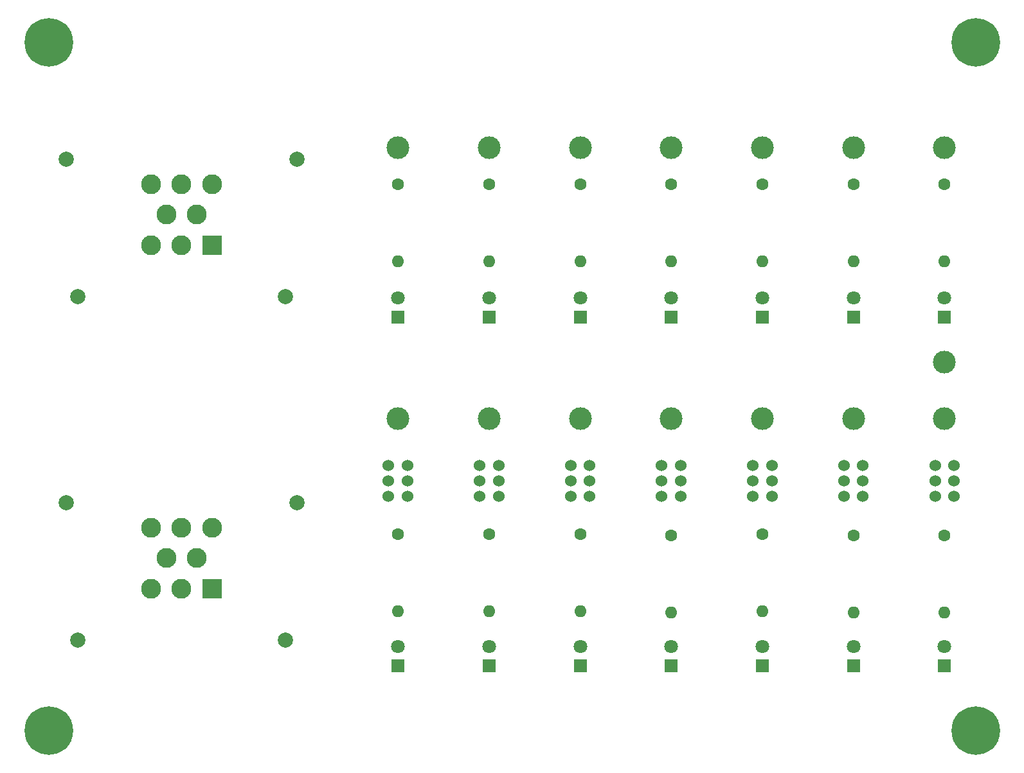
<source format=gbr>
%TF.GenerationSoftware,KiCad,Pcbnew,7.0.8*%
%TF.CreationDate,2023-11-26T15:41:55+00:00*%
%TF.ProjectId,relaybox_indicator_leds,72656c61-7962-46f7-985f-696e64696361,rev?*%
%TF.SameCoordinates,Original*%
%TF.FileFunction,Soldermask,Bot*%
%TF.FilePolarity,Negative*%
%FSLAX46Y46*%
G04 Gerber Fmt 4.6, Leading zero omitted, Abs format (unit mm)*
G04 Created by KiCad (PCBNEW 7.0.8) date 2023-11-26 15:41:55*
%MOMM*%
%LPD*%
G01*
G04 APERTURE LIST*
%ADD10R,1.800000X1.800000*%
%ADD11C,1.800000*%
%ADD12C,3.000000*%
%ADD13C,1.600000*%
%ADD14O,1.600000X1.600000*%
%ADD15C,2.000000*%
%ADD16R,2.625000X2.625000*%
%ADD17C,2.625000*%
%ADD18C,6.400000*%
%ADD19C,1.524000*%
G04 APERTURE END LIST*
D10*
%TO.C,D13*%
X137200000Y-118500000D03*
D11*
X137200000Y-115960000D03*
%TD*%
D12*
%TO.C,TP12*%
X125200000Y-85900000D03*
%TD*%
D13*
%TO.C,R11*%
X113200000Y-101260000D03*
D14*
X113200000Y-111420000D03*
%TD*%
D12*
%TO.C,TP13*%
X137200000Y-85900000D03*
%TD*%
D10*
%TO.C,D6*%
X137200000Y-72540000D03*
D11*
X137200000Y-70000000D03*
%TD*%
D15*
%TO.C,J1*%
X63900000Y-51700000D03*
X62400000Y-69800000D03*
X35000000Y-69800000D03*
X33500000Y-51700000D03*
D16*
X52700000Y-63000000D03*
D17*
X48700000Y-63000000D03*
X44700000Y-63000000D03*
X50700000Y-59000000D03*
X46700000Y-59000000D03*
X52700000Y-55000000D03*
X48700000Y-55000000D03*
X44700000Y-55000000D03*
%TD*%
D12*
%TO.C,TP2*%
X89200000Y-50160000D03*
%TD*%
%TO.C,TP10*%
X101200000Y-85900000D03*
%TD*%
%TO.C,TP6*%
X137200000Y-50160000D03*
%TD*%
D13*
%TO.C,R9*%
X89200000Y-101100000D03*
D14*
X89200000Y-111260000D03*
%TD*%
D10*
%TO.C,D9*%
X89200000Y-118500000D03*
D11*
X89200000Y-115960000D03*
%TD*%
D10*
%TO.C,D3*%
X101200000Y-72540000D03*
D11*
X101200000Y-70000000D03*
%TD*%
D18*
%TO.C,REF\u002A\u002A*%
X153300000Y-36300000D03*
%TD*%
D10*
%TO.C,D4*%
X113200000Y-72540000D03*
D11*
X113200000Y-70000000D03*
%TD*%
D13*
%TO.C,R7*%
X149200000Y-55000000D03*
D14*
X149200000Y-65160000D03*
%TD*%
D13*
%TO.C,R14*%
X149200000Y-101260000D03*
D14*
X149200000Y-111420000D03*
%TD*%
D12*
%TO.C,TP7*%
X149200000Y-50160000D03*
%TD*%
D15*
%TO.C,J2*%
X63900000Y-97000000D03*
X62400000Y-115100000D03*
X35000000Y-115100000D03*
X33500000Y-97000000D03*
D16*
X52700000Y-108300000D03*
D17*
X48700000Y-108300000D03*
X44700000Y-108300000D03*
X50700000Y-104300000D03*
X46700000Y-104300000D03*
X52700000Y-100300000D03*
X48700000Y-100300000D03*
X44700000Y-100300000D03*
%TD*%
D18*
%TO.C,REF\u002A\u002A*%
X153300000Y-127000000D03*
%TD*%
D10*
%TO.C,D12*%
X125200000Y-118500000D03*
D11*
X125200000Y-115960000D03*
%TD*%
D13*
%TO.C,R10*%
X101200000Y-101100000D03*
D14*
X101200000Y-111260000D03*
%TD*%
D13*
%TO.C,R5*%
X125200000Y-55000000D03*
D14*
X125200000Y-65160000D03*
%TD*%
D12*
%TO.C,TP3*%
X101200000Y-50160000D03*
%TD*%
D13*
%TO.C,R13*%
X137200000Y-101260000D03*
D14*
X137200000Y-111420000D03*
%TD*%
D10*
%TO.C,D2*%
X89200000Y-72540000D03*
D11*
X89200000Y-70000000D03*
%TD*%
D12*
%TO.C,TP5*%
X125200000Y-50160000D03*
%TD*%
D13*
%TO.C,R12*%
X125200000Y-101100000D03*
D14*
X125200000Y-111260000D03*
%TD*%
D19*
%TO.C,SW7*%
X147950000Y-96100000D03*
X147950000Y-94100000D03*
X147950000Y-92100000D03*
X150450000Y-96100000D03*
X150450000Y-94100000D03*
X150450000Y-92100000D03*
%TD*%
D13*
%TO.C,R6*%
X137200000Y-55000000D03*
D14*
X137200000Y-65160000D03*
%TD*%
D13*
%TO.C,R4*%
X113200000Y-55000000D03*
D14*
X113200000Y-65160000D03*
%TD*%
D13*
%TO.C,R2*%
X89200000Y-55000000D03*
D14*
X89200000Y-65160000D03*
%TD*%
D12*
%TO.C,TP9*%
X89200000Y-85900000D03*
%TD*%
D18*
%TO.C,REF\u002A\u002A*%
X31200000Y-127000000D03*
%TD*%
D13*
%TO.C,R1*%
X77200000Y-55000000D03*
D14*
X77200000Y-65160000D03*
%TD*%
D19*
%TO.C,SW2*%
X87950000Y-96100000D03*
X87950000Y-94100000D03*
X87950000Y-92100000D03*
X90450000Y-96100000D03*
X90450000Y-94100000D03*
X90450000Y-92100000D03*
%TD*%
%TO.C,SW3*%
X99950000Y-96100000D03*
X99950000Y-94100000D03*
X99950000Y-92100000D03*
X102450000Y-96100000D03*
X102450000Y-94100000D03*
X102450000Y-92100000D03*
%TD*%
%TO.C,SW6*%
X135950000Y-96100000D03*
X135950000Y-94100000D03*
X135950000Y-92100000D03*
X138450000Y-96100000D03*
X138450000Y-94100000D03*
X138450000Y-92100000D03*
%TD*%
D13*
%TO.C,R8*%
X77200000Y-101100000D03*
D14*
X77200000Y-111260000D03*
%TD*%
D19*
%TO.C,SW4*%
X111950000Y-96100000D03*
X111950000Y-94100000D03*
X111950000Y-92100000D03*
X114450000Y-96100000D03*
X114450000Y-94100000D03*
X114450000Y-92100000D03*
%TD*%
D12*
%TO.C,TP8*%
X77200000Y-85900000D03*
%TD*%
%TO.C,TP11*%
X113200000Y-85900000D03*
%TD*%
D18*
%TO.C,REF\u002A\u002A*%
X31200000Y-36300000D03*
%TD*%
D10*
%TO.C,D7*%
X149200000Y-72540000D03*
D11*
X149200000Y-70000000D03*
%TD*%
D10*
%TO.C,D1*%
X77200000Y-72540000D03*
D11*
X77200000Y-70000000D03*
%TD*%
D19*
%TO.C,SW1*%
X75950000Y-96100000D03*
X75950000Y-94100000D03*
X75950000Y-92100000D03*
X78450000Y-96100000D03*
X78450000Y-94100000D03*
X78450000Y-92100000D03*
%TD*%
D10*
%TO.C,D11*%
X113200000Y-118500000D03*
D11*
X113200000Y-115960000D03*
%TD*%
D12*
%TO.C,TP4*%
X113200000Y-50160000D03*
%TD*%
%TO.C,TP14*%
X149200000Y-85900000D03*
%TD*%
D13*
%TO.C,R3*%
X101200000Y-55000000D03*
D14*
X101200000Y-65160000D03*
%TD*%
D10*
%TO.C,D14*%
X149200000Y-118500000D03*
D11*
X149200000Y-115960000D03*
%TD*%
D10*
%TO.C,D5*%
X125200000Y-72540000D03*
D11*
X125200000Y-70000000D03*
%TD*%
D19*
%TO.C,SW5*%
X123950000Y-96100000D03*
X123950000Y-94100000D03*
X123950000Y-92100000D03*
X126450000Y-96100000D03*
X126450000Y-94100000D03*
X126450000Y-92100000D03*
%TD*%
D10*
%TO.C,D10*%
X101200000Y-118500000D03*
D11*
X101200000Y-115960000D03*
%TD*%
D12*
%TO.C,TP1*%
X77200000Y-50160000D03*
%TD*%
%TO.C,TP15*%
X149200000Y-78400000D03*
%TD*%
D10*
%TO.C,D8*%
X77200000Y-118500000D03*
D11*
X77200000Y-115960000D03*
%TD*%
M02*

</source>
